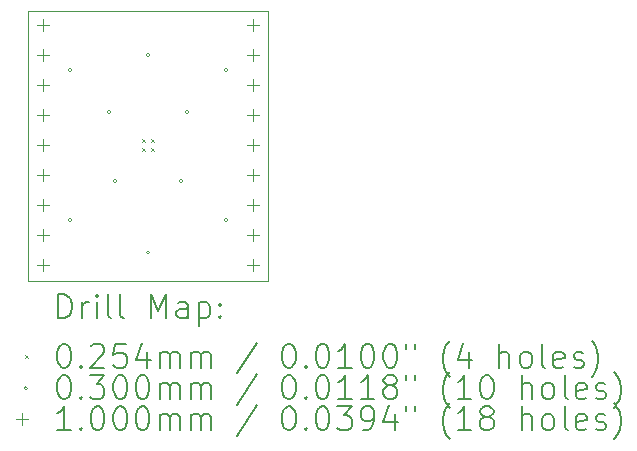
<source format=gbr>
%TF.GenerationSoftware,KiCad,Pcbnew,9.0.6*%
%TF.CreationDate,2026-01-07T12:15:48-06:00*%
%TF.ProjectId,DHVQFN-14_3.65x3.65_P0.5,44485651-464e-42d3-9134-5f332e363578,rev?*%
%TF.SameCoordinates,Original*%
%TF.FileFunction,Drillmap*%
%TF.FilePolarity,Positive*%
%FSLAX45Y45*%
G04 Gerber Fmt 4.5, Leading zero omitted, Abs format (unit mm)*
G04 Created by KiCad (PCBNEW 9.0.6) date 2026-01-07 12:15:48*
%MOMM*%
%LPD*%
G01*
G04 APERTURE LIST*
%ADD10C,0.050000*%
%ADD11C,0.200000*%
%ADD12C,0.100000*%
G04 APERTURE END LIST*
D10*
X12293600Y-9991227D02*
X14325600Y-9991227D01*
X14325600Y-12277227D01*
X12293600Y-12277227D01*
X12293600Y-9991227D01*
D11*
D12*
X13257530Y-11073130D02*
X13282930Y-11098530D01*
X13282930Y-11073130D02*
X13257530Y-11098530D01*
X13257530Y-11151870D02*
X13282930Y-11177270D01*
X13282930Y-11151870D02*
X13257530Y-11177270D01*
X13336270Y-11073130D02*
X13361670Y-11098530D01*
X13361670Y-11073130D02*
X13336270Y-11098530D01*
X13336270Y-11151870D02*
X13361670Y-11177270D01*
X13361670Y-11151870D02*
X13336270Y-11177270D01*
X12664200Y-10490200D02*
G75*
G02*
X12634200Y-10490200I-15000J0D01*
G01*
X12634200Y-10490200D02*
G75*
G02*
X12664200Y-10490200I15000J0D01*
G01*
X12664200Y-11760200D02*
G75*
G02*
X12634200Y-11760200I-15000J0D01*
G01*
X12634200Y-11760200D02*
G75*
G02*
X12664200Y-11760200I15000J0D01*
G01*
X12994400Y-10845800D02*
G75*
G02*
X12964400Y-10845800I-15000J0D01*
G01*
X12964400Y-10845800D02*
G75*
G02*
X12994400Y-10845800I15000J0D01*
G01*
X13045200Y-11430000D02*
G75*
G02*
X13015200Y-11430000I-15000J0D01*
G01*
X13015200Y-11430000D02*
G75*
G02*
X13045200Y-11430000I15000J0D01*
G01*
X13324600Y-10363200D02*
G75*
G02*
X13294600Y-10363200I-15000J0D01*
G01*
X13294600Y-10363200D02*
G75*
G02*
X13324600Y-10363200I15000J0D01*
G01*
X13324600Y-12035927D02*
G75*
G02*
X13294600Y-12035927I-15000J0D01*
G01*
X13294600Y-12035927D02*
G75*
G02*
X13324600Y-12035927I15000J0D01*
G01*
X13604000Y-11430000D02*
G75*
G02*
X13574000Y-11430000I-15000J0D01*
G01*
X13574000Y-11430000D02*
G75*
G02*
X13604000Y-11430000I15000J0D01*
G01*
X13654800Y-10845800D02*
G75*
G02*
X13624800Y-10845800I-15000J0D01*
G01*
X13624800Y-10845800D02*
G75*
G02*
X13654800Y-10845800I15000J0D01*
G01*
X13985000Y-10490200D02*
G75*
G02*
X13955000Y-10490200I-15000J0D01*
G01*
X13955000Y-10490200D02*
G75*
G02*
X13985000Y-10490200I15000J0D01*
G01*
X13985000Y-11760200D02*
G75*
G02*
X13955000Y-11760200I-15000J0D01*
G01*
X13955000Y-11760200D02*
G75*
G02*
X13985000Y-11760200I15000J0D01*
G01*
X12420600Y-10059200D02*
X12420600Y-10159200D01*
X12370600Y-10109200D02*
X12470600Y-10109200D01*
X12420600Y-10313200D02*
X12420600Y-10413200D01*
X12370600Y-10363200D02*
X12470600Y-10363200D01*
X12420600Y-10567200D02*
X12420600Y-10667200D01*
X12370600Y-10617200D02*
X12470600Y-10617200D01*
X12420600Y-10821200D02*
X12420600Y-10921200D01*
X12370600Y-10871200D02*
X12470600Y-10871200D01*
X12420600Y-11075200D02*
X12420600Y-11175200D01*
X12370600Y-11125200D02*
X12470600Y-11125200D01*
X12420600Y-11329200D02*
X12420600Y-11429200D01*
X12370600Y-11379200D02*
X12470600Y-11379200D01*
X12420600Y-11583200D02*
X12420600Y-11683200D01*
X12370600Y-11633200D02*
X12470600Y-11633200D01*
X12420600Y-11837200D02*
X12420600Y-11937200D01*
X12370600Y-11887200D02*
X12470600Y-11887200D01*
X12420600Y-12091200D02*
X12420600Y-12191200D01*
X12370600Y-12141200D02*
X12470600Y-12141200D01*
X14198600Y-10059200D02*
X14198600Y-10159200D01*
X14148600Y-10109200D02*
X14248600Y-10109200D01*
X14198600Y-10313200D02*
X14198600Y-10413200D01*
X14148600Y-10363200D02*
X14248600Y-10363200D01*
X14198600Y-10567200D02*
X14198600Y-10667200D01*
X14148600Y-10617200D02*
X14248600Y-10617200D01*
X14198600Y-10821200D02*
X14198600Y-10921200D01*
X14148600Y-10871200D02*
X14248600Y-10871200D01*
X14198600Y-11075200D02*
X14198600Y-11175200D01*
X14148600Y-11125200D02*
X14248600Y-11125200D01*
X14198600Y-11329200D02*
X14198600Y-11429200D01*
X14148600Y-11379200D02*
X14248600Y-11379200D01*
X14198600Y-11583200D02*
X14198600Y-11683200D01*
X14148600Y-11633200D02*
X14248600Y-11633200D01*
X14198600Y-11837200D02*
X14198600Y-11937200D01*
X14148600Y-11887200D02*
X14248600Y-11887200D01*
X14198600Y-12091200D02*
X14198600Y-12191200D01*
X14148600Y-12141200D02*
X14248600Y-12141200D01*
D11*
X12551877Y-12591211D02*
X12551877Y-12391211D01*
X12551877Y-12391211D02*
X12599496Y-12391211D01*
X12599496Y-12391211D02*
X12628067Y-12400735D01*
X12628067Y-12400735D02*
X12647115Y-12419783D01*
X12647115Y-12419783D02*
X12656639Y-12438830D01*
X12656639Y-12438830D02*
X12666162Y-12476925D01*
X12666162Y-12476925D02*
X12666162Y-12505497D01*
X12666162Y-12505497D02*
X12656639Y-12543592D01*
X12656639Y-12543592D02*
X12647115Y-12562640D01*
X12647115Y-12562640D02*
X12628067Y-12581687D01*
X12628067Y-12581687D02*
X12599496Y-12591211D01*
X12599496Y-12591211D02*
X12551877Y-12591211D01*
X12751877Y-12591211D02*
X12751877Y-12457878D01*
X12751877Y-12495973D02*
X12761401Y-12476925D01*
X12761401Y-12476925D02*
X12770924Y-12467402D01*
X12770924Y-12467402D02*
X12789972Y-12457878D01*
X12789972Y-12457878D02*
X12809020Y-12457878D01*
X12875686Y-12591211D02*
X12875686Y-12457878D01*
X12875686Y-12391211D02*
X12866162Y-12400735D01*
X12866162Y-12400735D02*
X12875686Y-12410259D01*
X12875686Y-12410259D02*
X12885210Y-12400735D01*
X12885210Y-12400735D02*
X12875686Y-12391211D01*
X12875686Y-12391211D02*
X12875686Y-12410259D01*
X12999496Y-12591211D02*
X12980448Y-12581687D01*
X12980448Y-12581687D02*
X12970924Y-12562640D01*
X12970924Y-12562640D02*
X12970924Y-12391211D01*
X13104258Y-12591211D02*
X13085210Y-12581687D01*
X13085210Y-12581687D02*
X13075686Y-12562640D01*
X13075686Y-12562640D02*
X13075686Y-12391211D01*
X13332829Y-12591211D02*
X13332829Y-12391211D01*
X13332829Y-12391211D02*
X13399496Y-12534068D01*
X13399496Y-12534068D02*
X13466162Y-12391211D01*
X13466162Y-12391211D02*
X13466162Y-12591211D01*
X13647115Y-12591211D02*
X13647115Y-12486449D01*
X13647115Y-12486449D02*
X13637591Y-12467402D01*
X13637591Y-12467402D02*
X13618543Y-12457878D01*
X13618543Y-12457878D02*
X13580448Y-12457878D01*
X13580448Y-12457878D02*
X13561401Y-12467402D01*
X13647115Y-12581687D02*
X13628067Y-12591211D01*
X13628067Y-12591211D02*
X13580448Y-12591211D01*
X13580448Y-12591211D02*
X13561401Y-12581687D01*
X13561401Y-12581687D02*
X13551877Y-12562640D01*
X13551877Y-12562640D02*
X13551877Y-12543592D01*
X13551877Y-12543592D02*
X13561401Y-12524544D01*
X13561401Y-12524544D02*
X13580448Y-12515021D01*
X13580448Y-12515021D02*
X13628067Y-12515021D01*
X13628067Y-12515021D02*
X13647115Y-12505497D01*
X13742353Y-12457878D02*
X13742353Y-12657878D01*
X13742353Y-12467402D02*
X13761401Y-12457878D01*
X13761401Y-12457878D02*
X13799496Y-12457878D01*
X13799496Y-12457878D02*
X13818543Y-12467402D01*
X13818543Y-12467402D02*
X13828067Y-12476925D01*
X13828067Y-12476925D02*
X13837591Y-12495973D01*
X13837591Y-12495973D02*
X13837591Y-12553116D01*
X13837591Y-12553116D02*
X13828067Y-12572163D01*
X13828067Y-12572163D02*
X13818543Y-12581687D01*
X13818543Y-12581687D02*
X13799496Y-12591211D01*
X13799496Y-12591211D02*
X13761401Y-12591211D01*
X13761401Y-12591211D02*
X13742353Y-12581687D01*
X13923305Y-12572163D02*
X13932829Y-12581687D01*
X13932829Y-12581687D02*
X13923305Y-12591211D01*
X13923305Y-12591211D02*
X13913782Y-12581687D01*
X13913782Y-12581687D02*
X13923305Y-12572163D01*
X13923305Y-12572163D02*
X13923305Y-12591211D01*
X13923305Y-12467402D02*
X13932829Y-12476925D01*
X13932829Y-12476925D02*
X13923305Y-12486449D01*
X13923305Y-12486449D02*
X13913782Y-12476925D01*
X13913782Y-12476925D02*
X13923305Y-12467402D01*
X13923305Y-12467402D02*
X13923305Y-12486449D01*
D12*
X12265700Y-12907027D02*
X12291100Y-12932427D01*
X12291100Y-12907027D02*
X12265700Y-12932427D01*
D11*
X12589972Y-12811211D02*
X12609020Y-12811211D01*
X12609020Y-12811211D02*
X12628067Y-12820735D01*
X12628067Y-12820735D02*
X12637591Y-12830259D01*
X12637591Y-12830259D02*
X12647115Y-12849306D01*
X12647115Y-12849306D02*
X12656639Y-12887402D01*
X12656639Y-12887402D02*
X12656639Y-12935021D01*
X12656639Y-12935021D02*
X12647115Y-12973116D01*
X12647115Y-12973116D02*
X12637591Y-12992163D01*
X12637591Y-12992163D02*
X12628067Y-13001687D01*
X12628067Y-13001687D02*
X12609020Y-13011211D01*
X12609020Y-13011211D02*
X12589972Y-13011211D01*
X12589972Y-13011211D02*
X12570924Y-13001687D01*
X12570924Y-13001687D02*
X12561401Y-12992163D01*
X12561401Y-12992163D02*
X12551877Y-12973116D01*
X12551877Y-12973116D02*
X12542353Y-12935021D01*
X12542353Y-12935021D02*
X12542353Y-12887402D01*
X12542353Y-12887402D02*
X12551877Y-12849306D01*
X12551877Y-12849306D02*
X12561401Y-12830259D01*
X12561401Y-12830259D02*
X12570924Y-12820735D01*
X12570924Y-12820735D02*
X12589972Y-12811211D01*
X12742353Y-12992163D02*
X12751877Y-13001687D01*
X12751877Y-13001687D02*
X12742353Y-13011211D01*
X12742353Y-13011211D02*
X12732829Y-13001687D01*
X12732829Y-13001687D02*
X12742353Y-12992163D01*
X12742353Y-12992163D02*
X12742353Y-13011211D01*
X12828067Y-12830259D02*
X12837591Y-12820735D01*
X12837591Y-12820735D02*
X12856639Y-12811211D01*
X12856639Y-12811211D02*
X12904258Y-12811211D01*
X12904258Y-12811211D02*
X12923305Y-12820735D01*
X12923305Y-12820735D02*
X12932829Y-12830259D01*
X12932829Y-12830259D02*
X12942353Y-12849306D01*
X12942353Y-12849306D02*
X12942353Y-12868354D01*
X12942353Y-12868354D02*
X12932829Y-12896925D01*
X12932829Y-12896925D02*
X12818543Y-13011211D01*
X12818543Y-13011211D02*
X12942353Y-13011211D01*
X13123305Y-12811211D02*
X13028067Y-12811211D01*
X13028067Y-12811211D02*
X13018543Y-12906449D01*
X13018543Y-12906449D02*
X13028067Y-12896925D01*
X13028067Y-12896925D02*
X13047115Y-12887402D01*
X13047115Y-12887402D02*
X13094734Y-12887402D01*
X13094734Y-12887402D02*
X13113782Y-12896925D01*
X13113782Y-12896925D02*
X13123305Y-12906449D01*
X13123305Y-12906449D02*
X13132829Y-12925497D01*
X13132829Y-12925497D02*
X13132829Y-12973116D01*
X13132829Y-12973116D02*
X13123305Y-12992163D01*
X13123305Y-12992163D02*
X13113782Y-13001687D01*
X13113782Y-13001687D02*
X13094734Y-13011211D01*
X13094734Y-13011211D02*
X13047115Y-13011211D01*
X13047115Y-13011211D02*
X13028067Y-13001687D01*
X13028067Y-13001687D02*
X13018543Y-12992163D01*
X13304258Y-12877878D02*
X13304258Y-13011211D01*
X13256639Y-12801687D02*
X13209020Y-12944544D01*
X13209020Y-12944544D02*
X13332829Y-12944544D01*
X13409020Y-13011211D02*
X13409020Y-12877878D01*
X13409020Y-12896925D02*
X13418543Y-12887402D01*
X13418543Y-12887402D02*
X13437591Y-12877878D01*
X13437591Y-12877878D02*
X13466163Y-12877878D01*
X13466163Y-12877878D02*
X13485210Y-12887402D01*
X13485210Y-12887402D02*
X13494734Y-12906449D01*
X13494734Y-12906449D02*
X13494734Y-13011211D01*
X13494734Y-12906449D02*
X13504258Y-12887402D01*
X13504258Y-12887402D02*
X13523305Y-12877878D01*
X13523305Y-12877878D02*
X13551877Y-12877878D01*
X13551877Y-12877878D02*
X13570924Y-12887402D01*
X13570924Y-12887402D02*
X13580448Y-12906449D01*
X13580448Y-12906449D02*
X13580448Y-13011211D01*
X13675686Y-13011211D02*
X13675686Y-12877878D01*
X13675686Y-12896925D02*
X13685210Y-12887402D01*
X13685210Y-12887402D02*
X13704258Y-12877878D01*
X13704258Y-12877878D02*
X13732829Y-12877878D01*
X13732829Y-12877878D02*
X13751877Y-12887402D01*
X13751877Y-12887402D02*
X13761401Y-12906449D01*
X13761401Y-12906449D02*
X13761401Y-13011211D01*
X13761401Y-12906449D02*
X13770924Y-12887402D01*
X13770924Y-12887402D02*
X13789972Y-12877878D01*
X13789972Y-12877878D02*
X13818543Y-12877878D01*
X13818543Y-12877878D02*
X13837591Y-12887402D01*
X13837591Y-12887402D02*
X13847115Y-12906449D01*
X13847115Y-12906449D02*
X13847115Y-13011211D01*
X14237591Y-12801687D02*
X14066163Y-13058830D01*
X14494734Y-12811211D02*
X14513782Y-12811211D01*
X14513782Y-12811211D02*
X14532829Y-12820735D01*
X14532829Y-12820735D02*
X14542353Y-12830259D01*
X14542353Y-12830259D02*
X14551877Y-12849306D01*
X14551877Y-12849306D02*
X14561401Y-12887402D01*
X14561401Y-12887402D02*
X14561401Y-12935021D01*
X14561401Y-12935021D02*
X14551877Y-12973116D01*
X14551877Y-12973116D02*
X14542353Y-12992163D01*
X14542353Y-12992163D02*
X14532829Y-13001687D01*
X14532829Y-13001687D02*
X14513782Y-13011211D01*
X14513782Y-13011211D02*
X14494734Y-13011211D01*
X14494734Y-13011211D02*
X14475686Y-13001687D01*
X14475686Y-13001687D02*
X14466163Y-12992163D01*
X14466163Y-12992163D02*
X14456639Y-12973116D01*
X14456639Y-12973116D02*
X14447115Y-12935021D01*
X14447115Y-12935021D02*
X14447115Y-12887402D01*
X14447115Y-12887402D02*
X14456639Y-12849306D01*
X14456639Y-12849306D02*
X14466163Y-12830259D01*
X14466163Y-12830259D02*
X14475686Y-12820735D01*
X14475686Y-12820735D02*
X14494734Y-12811211D01*
X14647115Y-12992163D02*
X14656639Y-13001687D01*
X14656639Y-13001687D02*
X14647115Y-13011211D01*
X14647115Y-13011211D02*
X14637591Y-13001687D01*
X14637591Y-13001687D02*
X14647115Y-12992163D01*
X14647115Y-12992163D02*
X14647115Y-13011211D01*
X14780448Y-12811211D02*
X14799496Y-12811211D01*
X14799496Y-12811211D02*
X14818544Y-12820735D01*
X14818544Y-12820735D02*
X14828067Y-12830259D01*
X14828067Y-12830259D02*
X14837591Y-12849306D01*
X14837591Y-12849306D02*
X14847115Y-12887402D01*
X14847115Y-12887402D02*
X14847115Y-12935021D01*
X14847115Y-12935021D02*
X14837591Y-12973116D01*
X14837591Y-12973116D02*
X14828067Y-12992163D01*
X14828067Y-12992163D02*
X14818544Y-13001687D01*
X14818544Y-13001687D02*
X14799496Y-13011211D01*
X14799496Y-13011211D02*
X14780448Y-13011211D01*
X14780448Y-13011211D02*
X14761401Y-13001687D01*
X14761401Y-13001687D02*
X14751877Y-12992163D01*
X14751877Y-12992163D02*
X14742353Y-12973116D01*
X14742353Y-12973116D02*
X14732829Y-12935021D01*
X14732829Y-12935021D02*
X14732829Y-12887402D01*
X14732829Y-12887402D02*
X14742353Y-12849306D01*
X14742353Y-12849306D02*
X14751877Y-12830259D01*
X14751877Y-12830259D02*
X14761401Y-12820735D01*
X14761401Y-12820735D02*
X14780448Y-12811211D01*
X15037591Y-13011211D02*
X14923306Y-13011211D01*
X14980448Y-13011211D02*
X14980448Y-12811211D01*
X14980448Y-12811211D02*
X14961401Y-12839783D01*
X14961401Y-12839783D02*
X14942353Y-12858830D01*
X14942353Y-12858830D02*
X14923306Y-12868354D01*
X15161401Y-12811211D02*
X15180448Y-12811211D01*
X15180448Y-12811211D02*
X15199496Y-12820735D01*
X15199496Y-12820735D02*
X15209020Y-12830259D01*
X15209020Y-12830259D02*
X15218544Y-12849306D01*
X15218544Y-12849306D02*
X15228067Y-12887402D01*
X15228067Y-12887402D02*
X15228067Y-12935021D01*
X15228067Y-12935021D02*
X15218544Y-12973116D01*
X15218544Y-12973116D02*
X15209020Y-12992163D01*
X15209020Y-12992163D02*
X15199496Y-13001687D01*
X15199496Y-13001687D02*
X15180448Y-13011211D01*
X15180448Y-13011211D02*
X15161401Y-13011211D01*
X15161401Y-13011211D02*
X15142353Y-13001687D01*
X15142353Y-13001687D02*
X15132829Y-12992163D01*
X15132829Y-12992163D02*
X15123306Y-12973116D01*
X15123306Y-12973116D02*
X15113782Y-12935021D01*
X15113782Y-12935021D02*
X15113782Y-12887402D01*
X15113782Y-12887402D02*
X15123306Y-12849306D01*
X15123306Y-12849306D02*
X15132829Y-12830259D01*
X15132829Y-12830259D02*
X15142353Y-12820735D01*
X15142353Y-12820735D02*
X15161401Y-12811211D01*
X15351877Y-12811211D02*
X15370925Y-12811211D01*
X15370925Y-12811211D02*
X15389972Y-12820735D01*
X15389972Y-12820735D02*
X15399496Y-12830259D01*
X15399496Y-12830259D02*
X15409020Y-12849306D01*
X15409020Y-12849306D02*
X15418544Y-12887402D01*
X15418544Y-12887402D02*
X15418544Y-12935021D01*
X15418544Y-12935021D02*
X15409020Y-12973116D01*
X15409020Y-12973116D02*
X15399496Y-12992163D01*
X15399496Y-12992163D02*
X15389972Y-13001687D01*
X15389972Y-13001687D02*
X15370925Y-13011211D01*
X15370925Y-13011211D02*
X15351877Y-13011211D01*
X15351877Y-13011211D02*
X15332829Y-13001687D01*
X15332829Y-13001687D02*
X15323306Y-12992163D01*
X15323306Y-12992163D02*
X15313782Y-12973116D01*
X15313782Y-12973116D02*
X15304258Y-12935021D01*
X15304258Y-12935021D02*
X15304258Y-12887402D01*
X15304258Y-12887402D02*
X15313782Y-12849306D01*
X15313782Y-12849306D02*
X15323306Y-12830259D01*
X15323306Y-12830259D02*
X15332829Y-12820735D01*
X15332829Y-12820735D02*
X15351877Y-12811211D01*
X15494734Y-12811211D02*
X15494734Y-12849306D01*
X15570925Y-12811211D02*
X15570925Y-12849306D01*
X15866163Y-13087402D02*
X15856639Y-13077878D01*
X15856639Y-13077878D02*
X15837591Y-13049306D01*
X15837591Y-13049306D02*
X15828068Y-13030259D01*
X15828068Y-13030259D02*
X15818544Y-13001687D01*
X15818544Y-13001687D02*
X15809020Y-12954068D01*
X15809020Y-12954068D02*
X15809020Y-12915973D01*
X15809020Y-12915973D02*
X15818544Y-12868354D01*
X15818544Y-12868354D02*
X15828068Y-12839783D01*
X15828068Y-12839783D02*
X15837591Y-12820735D01*
X15837591Y-12820735D02*
X15856639Y-12792163D01*
X15856639Y-12792163D02*
X15866163Y-12782640D01*
X16028068Y-12877878D02*
X16028068Y-13011211D01*
X15980448Y-12801687D02*
X15932829Y-12944544D01*
X15932829Y-12944544D02*
X16056639Y-12944544D01*
X16285210Y-13011211D02*
X16285210Y-12811211D01*
X16370925Y-13011211D02*
X16370925Y-12906449D01*
X16370925Y-12906449D02*
X16361401Y-12887402D01*
X16361401Y-12887402D02*
X16342353Y-12877878D01*
X16342353Y-12877878D02*
X16313782Y-12877878D01*
X16313782Y-12877878D02*
X16294734Y-12887402D01*
X16294734Y-12887402D02*
X16285210Y-12896925D01*
X16494734Y-13011211D02*
X16475687Y-13001687D01*
X16475687Y-13001687D02*
X16466163Y-12992163D01*
X16466163Y-12992163D02*
X16456639Y-12973116D01*
X16456639Y-12973116D02*
X16456639Y-12915973D01*
X16456639Y-12915973D02*
X16466163Y-12896925D01*
X16466163Y-12896925D02*
X16475687Y-12887402D01*
X16475687Y-12887402D02*
X16494734Y-12877878D01*
X16494734Y-12877878D02*
X16523306Y-12877878D01*
X16523306Y-12877878D02*
X16542353Y-12887402D01*
X16542353Y-12887402D02*
X16551877Y-12896925D01*
X16551877Y-12896925D02*
X16561401Y-12915973D01*
X16561401Y-12915973D02*
X16561401Y-12973116D01*
X16561401Y-12973116D02*
X16551877Y-12992163D01*
X16551877Y-12992163D02*
X16542353Y-13001687D01*
X16542353Y-13001687D02*
X16523306Y-13011211D01*
X16523306Y-13011211D02*
X16494734Y-13011211D01*
X16675687Y-13011211D02*
X16656639Y-13001687D01*
X16656639Y-13001687D02*
X16647115Y-12982640D01*
X16647115Y-12982640D02*
X16647115Y-12811211D01*
X16828068Y-13001687D02*
X16809020Y-13011211D01*
X16809020Y-13011211D02*
X16770925Y-13011211D01*
X16770925Y-13011211D02*
X16751877Y-13001687D01*
X16751877Y-13001687D02*
X16742353Y-12982640D01*
X16742353Y-12982640D02*
X16742353Y-12906449D01*
X16742353Y-12906449D02*
X16751877Y-12887402D01*
X16751877Y-12887402D02*
X16770925Y-12877878D01*
X16770925Y-12877878D02*
X16809020Y-12877878D01*
X16809020Y-12877878D02*
X16828068Y-12887402D01*
X16828068Y-12887402D02*
X16837592Y-12906449D01*
X16837592Y-12906449D02*
X16837592Y-12925497D01*
X16837592Y-12925497D02*
X16742353Y-12944544D01*
X16913782Y-13001687D02*
X16932830Y-13011211D01*
X16932830Y-13011211D02*
X16970925Y-13011211D01*
X16970925Y-13011211D02*
X16989973Y-13001687D01*
X16989973Y-13001687D02*
X16999496Y-12982640D01*
X16999496Y-12982640D02*
X16999496Y-12973116D01*
X16999496Y-12973116D02*
X16989973Y-12954068D01*
X16989973Y-12954068D02*
X16970925Y-12944544D01*
X16970925Y-12944544D02*
X16942353Y-12944544D01*
X16942353Y-12944544D02*
X16923306Y-12935021D01*
X16923306Y-12935021D02*
X16913782Y-12915973D01*
X16913782Y-12915973D02*
X16913782Y-12906449D01*
X16913782Y-12906449D02*
X16923306Y-12887402D01*
X16923306Y-12887402D02*
X16942353Y-12877878D01*
X16942353Y-12877878D02*
X16970925Y-12877878D01*
X16970925Y-12877878D02*
X16989973Y-12887402D01*
X17066163Y-13087402D02*
X17075687Y-13077878D01*
X17075687Y-13077878D02*
X17094734Y-13049306D01*
X17094734Y-13049306D02*
X17104258Y-13030259D01*
X17104258Y-13030259D02*
X17113782Y-13001687D01*
X17113782Y-13001687D02*
X17123306Y-12954068D01*
X17123306Y-12954068D02*
X17123306Y-12915973D01*
X17123306Y-12915973D02*
X17113782Y-12868354D01*
X17113782Y-12868354D02*
X17104258Y-12839783D01*
X17104258Y-12839783D02*
X17094734Y-12820735D01*
X17094734Y-12820735D02*
X17075687Y-12792163D01*
X17075687Y-12792163D02*
X17066163Y-12782640D01*
D12*
X12291100Y-13183727D02*
G75*
G02*
X12261100Y-13183727I-15000J0D01*
G01*
X12261100Y-13183727D02*
G75*
G02*
X12291100Y-13183727I15000J0D01*
G01*
D11*
X12589972Y-13075211D02*
X12609020Y-13075211D01*
X12609020Y-13075211D02*
X12628067Y-13084735D01*
X12628067Y-13084735D02*
X12637591Y-13094259D01*
X12637591Y-13094259D02*
X12647115Y-13113306D01*
X12647115Y-13113306D02*
X12656639Y-13151402D01*
X12656639Y-13151402D02*
X12656639Y-13199021D01*
X12656639Y-13199021D02*
X12647115Y-13237116D01*
X12647115Y-13237116D02*
X12637591Y-13256163D01*
X12637591Y-13256163D02*
X12628067Y-13265687D01*
X12628067Y-13265687D02*
X12609020Y-13275211D01*
X12609020Y-13275211D02*
X12589972Y-13275211D01*
X12589972Y-13275211D02*
X12570924Y-13265687D01*
X12570924Y-13265687D02*
X12561401Y-13256163D01*
X12561401Y-13256163D02*
X12551877Y-13237116D01*
X12551877Y-13237116D02*
X12542353Y-13199021D01*
X12542353Y-13199021D02*
X12542353Y-13151402D01*
X12542353Y-13151402D02*
X12551877Y-13113306D01*
X12551877Y-13113306D02*
X12561401Y-13094259D01*
X12561401Y-13094259D02*
X12570924Y-13084735D01*
X12570924Y-13084735D02*
X12589972Y-13075211D01*
X12742353Y-13256163D02*
X12751877Y-13265687D01*
X12751877Y-13265687D02*
X12742353Y-13275211D01*
X12742353Y-13275211D02*
X12732829Y-13265687D01*
X12732829Y-13265687D02*
X12742353Y-13256163D01*
X12742353Y-13256163D02*
X12742353Y-13275211D01*
X12818543Y-13075211D02*
X12942353Y-13075211D01*
X12942353Y-13075211D02*
X12875686Y-13151402D01*
X12875686Y-13151402D02*
X12904258Y-13151402D01*
X12904258Y-13151402D02*
X12923305Y-13160925D01*
X12923305Y-13160925D02*
X12932829Y-13170449D01*
X12932829Y-13170449D02*
X12942353Y-13189497D01*
X12942353Y-13189497D02*
X12942353Y-13237116D01*
X12942353Y-13237116D02*
X12932829Y-13256163D01*
X12932829Y-13256163D02*
X12923305Y-13265687D01*
X12923305Y-13265687D02*
X12904258Y-13275211D01*
X12904258Y-13275211D02*
X12847115Y-13275211D01*
X12847115Y-13275211D02*
X12828067Y-13265687D01*
X12828067Y-13265687D02*
X12818543Y-13256163D01*
X13066162Y-13075211D02*
X13085210Y-13075211D01*
X13085210Y-13075211D02*
X13104258Y-13084735D01*
X13104258Y-13084735D02*
X13113782Y-13094259D01*
X13113782Y-13094259D02*
X13123305Y-13113306D01*
X13123305Y-13113306D02*
X13132829Y-13151402D01*
X13132829Y-13151402D02*
X13132829Y-13199021D01*
X13132829Y-13199021D02*
X13123305Y-13237116D01*
X13123305Y-13237116D02*
X13113782Y-13256163D01*
X13113782Y-13256163D02*
X13104258Y-13265687D01*
X13104258Y-13265687D02*
X13085210Y-13275211D01*
X13085210Y-13275211D02*
X13066162Y-13275211D01*
X13066162Y-13275211D02*
X13047115Y-13265687D01*
X13047115Y-13265687D02*
X13037591Y-13256163D01*
X13037591Y-13256163D02*
X13028067Y-13237116D01*
X13028067Y-13237116D02*
X13018543Y-13199021D01*
X13018543Y-13199021D02*
X13018543Y-13151402D01*
X13018543Y-13151402D02*
X13028067Y-13113306D01*
X13028067Y-13113306D02*
X13037591Y-13094259D01*
X13037591Y-13094259D02*
X13047115Y-13084735D01*
X13047115Y-13084735D02*
X13066162Y-13075211D01*
X13256639Y-13075211D02*
X13275686Y-13075211D01*
X13275686Y-13075211D02*
X13294734Y-13084735D01*
X13294734Y-13084735D02*
X13304258Y-13094259D01*
X13304258Y-13094259D02*
X13313782Y-13113306D01*
X13313782Y-13113306D02*
X13323305Y-13151402D01*
X13323305Y-13151402D02*
X13323305Y-13199021D01*
X13323305Y-13199021D02*
X13313782Y-13237116D01*
X13313782Y-13237116D02*
X13304258Y-13256163D01*
X13304258Y-13256163D02*
X13294734Y-13265687D01*
X13294734Y-13265687D02*
X13275686Y-13275211D01*
X13275686Y-13275211D02*
X13256639Y-13275211D01*
X13256639Y-13275211D02*
X13237591Y-13265687D01*
X13237591Y-13265687D02*
X13228067Y-13256163D01*
X13228067Y-13256163D02*
X13218543Y-13237116D01*
X13218543Y-13237116D02*
X13209020Y-13199021D01*
X13209020Y-13199021D02*
X13209020Y-13151402D01*
X13209020Y-13151402D02*
X13218543Y-13113306D01*
X13218543Y-13113306D02*
X13228067Y-13094259D01*
X13228067Y-13094259D02*
X13237591Y-13084735D01*
X13237591Y-13084735D02*
X13256639Y-13075211D01*
X13409020Y-13275211D02*
X13409020Y-13141878D01*
X13409020Y-13160925D02*
X13418543Y-13151402D01*
X13418543Y-13151402D02*
X13437591Y-13141878D01*
X13437591Y-13141878D02*
X13466163Y-13141878D01*
X13466163Y-13141878D02*
X13485210Y-13151402D01*
X13485210Y-13151402D02*
X13494734Y-13170449D01*
X13494734Y-13170449D02*
X13494734Y-13275211D01*
X13494734Y-13170449D02*
X13504258Y-13151402D01*
X13504258Y-13151402D02*
X13523305Y-13141878D01*
X13523305Y-13141878D02*
X13551877Y-13141878D01*
X13551877Y-13141878D02*
X13570924Y-13151402D01*
X13570924Y-13151402D02*
X13580448Y-13170449D01*
X13580448Y-13170449D02*
X13580448Y-13275211D01*
X13675686Y-13275211D02*
X13675686Y-13141878D01*
X13675686Y-13160925D02*
X13685210Y-13151402D01*
X13685210Y-13151402D02*
X13704258Y-13141878D01*
X13704258Y-13141878D02*
X13732829Y-13141878D01*
X13732829Y-13141878D02*
X13751877Y-13151402D01*
X13751877Y-13151402D02*
X13761401Y-13170449D01*
X13761401Y-13170449D02*
X13761401Y-13275211D01*
X13761401Y-13170449D02*
X13770924Y-13151402D01*
X13770924Y-13151402D02*
X13789972Y-13141878D01*
X13789972Y-13141878D02*
X13818543Y-13141878D01*
X13818543Y-13141878D02*
X13837591Y-13151402D01*
X13837591Y-13151402D02*
X13847115Y-13170449D01*
X13847115Y-13170449D02*
X13847115Y-13275211D01*
X14237591Y-13065687D02*
X14066163Y-13322830D01*
X14494734Y-13075211D02*
X14513782Y-13075211D01*
X14513782Y-13075211D02*
X14532829Y-13084735D01*
X14532829Y-13084735D02*
X14542353Y-13094259D01*
X14542353Y-13094259D02*
X14551877Y-13113306D01*
X14551877Y-13113306D02*
X14561401Y-13151402D01*
X14561401Y-13151402D02*
X14561401Y-13199021D01*
X14561401Y-13199021D02*
X14551877Y-13237116D01*
X14551877Y-13237116D02*
X14542353Y-13256163D01*
X14542353Y-13256163D02*
X14532829Y-13265687D01*
X14532829Y-13265687D02*
X14513782Y-13275211D01*
X14513782Y-13275211D02*
X14494734Y-13275211D01*
X14494734Y-13275211D02*
X14475686Y-13265687D01*
X14475686Y-13265687D02*
X14466163Y-13256163D01*
X14466163Y-13256163D02*
X14456639Y-13237116D01*
X14456639Y-13237116D02*
X14447115Y-13199021D01*
X14447115Y-13199021D02*
X14447115Y-13151402D01*
X14447115Y-13151402D02*
X14456639Y-13113306D01*
X14456639Y-13113306D02*
X14466163Y-13094259D01*
X14466163Y-13094259D02*
X14475686Y-13084735D01*
X14475686Y-13084735D02*
X14494734Y-13075211D01*
X14647115Y-13256163D02*
X14656639Y-13265687D01*
X14656639Y-13265687D02*
X14647115Y-13275211D01*
X14647115Y-13275211D02*
X14637591Y-13265687D01*
X14637591Y-13265687D02*
X14647115Y-13256163D01*
X14647115Y-13256163D02*
X14647115Y-13275211D01*
X14780448Y-13075211D02*
X14799496Y-13075211D01*
X14799496Y-13075211D02*
X14818544Y-13084735D01*
X14818544Y-13084735D02*
X14828067Y-13094259D01*
X14828067Y-13094259D02*
X14837591Y-13113306D01*
X14837591Y-13113306D02*
X14847115Y-13151402D01*
X14847115Y-13151402D02*
X14847115Y-13199021D01*
X14847115Y-13199021D02*
X14837591Y-13237116D01*
X14837591Y-13237116D02*
X14828067Y-13256163D01*
X14828067Y-13256163D02*
X14818544Y-13265687D01*
X14818544Y-13265687D02*
X14799496Y-13275211D01*
X14799496Y-13275211D02*
X14780448Y-13275211D01*
X14780448Y-13275211D02*
X14761401Y-13265687D01*
X14761401Y-13265687D02*
X14751877Y-13256163D01*
X14751877Y-13256163D02*
X14742353Y-13237116D01*
X14742353Y-13237116D02*
X14732829Y-13199021D01*
X14732829Y-13199021D02*
X14732829Y-13151402D01*
X14732829Y-13151402D02*
X14742353Y-13113306D01*
X14742353Y-13113306D02*
X14751877Y-13094259D01*
X14751877Y-13094259D02*
X14761401Y-13084735D01*
X14761401Y-13084735D02*
X14780448Y-13075211D01*
X15037591Y-13275211D02*
X14923306Y-13275211D01*
X14980448Y-13275211D02*
X14980448Y-13075211D01*
X14980448Y-13075211D02*
X14961401Y-13103783D01*
X14961401Y-13103783D02*
X14942353Y-13122830D01*
X14942353Y-13122830D02*
X14923306Y-13132354D01*
X15228067Y-13275211D02*
X15113782Y-13275211D01*
X15170925Y-13275211D02*
X15170925Y-13075211D01*
X15170925Y-13075211D02*
X15151877Y-13103783D01*
X15151877Y-13103783D02*
X15132829Y-13122830D01*
X15132829Y-13122830D02*
X15113782Y-13132354D01*
X15342353Y-13160925D02*
X15323306Y-13151402D01*
X15323306Y-13151402D02*
X15313782Y-13141878D01*
X15313782Y-13141878D02*
X15304258Y-13122830D01*
X15304258Y-13122830D02*
X15304258Y-13113306D01*
X15304258Y-13113306D02*
X15313782Y-13094259D01*
X15313782Y-13094259D02*
X15323306Y-13084735D01*
X15323306Y-13084735D02*
X15342353Y-13075211D01*
X15342353Y-13075211D02*
X15380448Y-13075211D01*
X15380448Y-13075211D02*
X15399496Y-13084735D01*
X15399496Y-13084735D02*
X15409020Y-13094259D01*
X15409020Y-13094259D02*
X15418544Y-13113306D01*
X15418544Y-13113306D02*
X15418544Y-13122830D01*
X15418544Y-13122830D02*
X15409020Y-13141878D01*
X15409020Y-13141878D02*
X15399496Y-13151402D01*
X15399496Y-13151402D02*
X15380448Y-13160925D01*
X15380448Y-13160925D02*
X15342353Y-13160925D01*
X15342353Y-13160925D02*
X15323306Y-13170449D01*
X15323306Y-13170449D02*
X15313782Y-13179973D01*
X15313782Y-13179973D02*
X15304258Y-13199021D01*
X15304258Y-13199021D02*
X15304258Y-13237116D01*
X15304258Y-13237116D02*
X15313782Y-13256163D01*
X15313782Y-13256163D02*
X15323306Y-13265687D01*
X15323306Y-13265687D02*
X15342353Y-13275211D01*
X15342353Y-13275211D02*
X15380448Y-13275211D01*
X15380448Y-13275211D02*
X15399496Y-13265687D01*
X15399496Y-13265687D02*
X15409020Y-13256163D01*
X15409020Y-13256163D02*
X15418544Y-13237116D01*
X15418544Y-13237116D02*
X15418544Y-13199021D01*
X15418544Y-13199021D02*
X15409020Y-13179973D01*
X15409020Y-13179973D02*
X15399496Y-13170449D01*
X15399496Y-13170449D02*
X15380448Y-13160925D01*
X15494734Y-13075211D02*
X15494734Y-13113306D01*
X15570925Y-13075211D02*
X15570925Y-13113306D01*
X15866163Y-13351402D02*
X15856639Y-13341878D01*
X15856639Y-13341878D02*
X15837591Y-13313306D01*
X15837591Y-13313306D02*
X15828068Y-13294259D01*
X15828068Y-13294259D02*
X15818544Y-13265687D01*
X15818544Y-13265687D02*
X15809020Y-13218068D01*
X15809020Y-13218068D02*
X15809020Y-13179973D01*
X15809020Y-13179973D02*
X15818544Y-13132354D01*
X15818544Y-13132354D02*
X15828068Y-13103783D01*
X15828068Y-13103783D02*
X15837591Y-13084735D01*
X15837591Y-13084735D02*
X15856639Y-13056163D01*
X15856639Y-13056163D02*
X15866163Y-13046640D01*
X16047115Y-13275211D02*
X15932829Y-13275211D01*
X15989972Y-13275211D02*
X15989972Y-13075211D01*
X15989972Y-13075211D02*
X15970925Y-13103783D01*
X15970925Y-13103783D02*
X15951877Y-13122830D01*
X15951877Y-13122830D02*
X15932829Y-13132354D01*
X16170925Y-13075211D02*
X16189972Y-13075211D01*
X16189972Y-13075211D02*
X16209020Y-13084735D01*
X16209020Y-13084735D02*
X16218544Y-13094259D01*
X16218544Y-13094259D02*
X16228068Y-13113306D01*
X16228068Y-13113306D02*
X16237591Y-13151402D01*
X16237591Y-13151402D02*
X16237591Y-13199021D01*
X16237591Y-13199021D02*
X16228068Y-13237116D01*
X16228068Y-13237116D02*
X16218544Y-13256163D01*
X16218544Y-13256163D02*
X16209020Y-13265687D01*
X16209020Y-13265687D02*
X16189972Y-13275211D01*
X16189972Y-13275211D02*
X16170925Y-13275211D01*
X16170925Y-13275211D02*
X16151877Y-13265687D01*
X16151877Y-13265687D02*
X16142353Y-13256163D01*
X16142353Y-13256163D02*
X16132829Y-13237116D01*
X16132829Y-13237116D02*
X16123306Y-13199021D01*
X16123306Y-13199021D02*
X16123306Y-13151402D01*
X16123306Y-13151402D02*
X16132829Y-13113306D01*
X16132829Y-13113306D02*
X16142353Y-13094259D01*
X16142353Y-13094259D02*
X16151877Y-13084735D01*
X16151877Y-13084735D02*
X16170925Y-13075211D01*
X16475687Y-13275211D02*
X16475687Y-13075211D01*
X16561401Y-13275211D02*
X16561401Y-13170449D01*
X16561401Y-13170449D02*
X16551877Y-13151402D01*
X16551877Y-13151402D02*
X16532830Y-13141878D01*
X16532830Y-13141878D02*
X16504258Y-13141878D01*
X16504258Y-13141878D02*
X16485210Y-13151402D01*
X16485210Y-13151402D02*
X16475687Y-13160925D01*
X16685210Y-13275211D02*
X16666163Y-13265687D01*
X16666163Y-13265687D02*
X16656639Y-13256163D01*
X16656639Y-13256163D02*
X16647115Y-13237116D01*
X16647115Y-13237116D02*
X16647115Y-13179973D01*
X16647115Y-13179973D02*
X16656639Y-13160925D01*
X16656639Y-13160925D02*
X16666163Y-13151402D01*
X16666163Y-13151402D02*
X16685210Y-13141878D01*
X16685210Y-13141878D02*
X16713782Y-13141878D01*
X16713782Y-13141878D02*
X16732830Y-13151402D01*
X16732830Y-13151402D02*
X16742353Y-13160925D01*
X16742353Y-13160925D02*
X16751877Y-13179973D01*
X16751877Y-13179973D02*
X16751877Y-13237116D01*
X16751877Y-13237116D02*
X16742353Y-13256163D01*
X16742353Y-13256163D02*
X16732830Y-13265687D01*
X16732830Y-13265687D02*
X16713782Y-13275211D01*
X16713782Y-13275211D02*
X16685210Y-13275211D01*
X16866163Y-13275211D02*
X16847115Y-13265687D01*
X16847115Y-13265687D02*
X16837592Y-13246640D01*
X16837592Y-13246640D02*
X16837592Y-13075211D01*
X17018544Y-13265687D02*
X16999496Y-13275211D01*
X16999496Y-13275211D02*
X16961401Y-13275211D01*
X16961401Y-13275211D02*
X16942353Y-13265687D01*
X16942353Y-13265687D02*
X16932830Y-13246640D01*
X16932830Y-13246640D02*
X16932830Y-13170449D01*
X16932830Y-13170449D02*
X16942353Y-13151402D01*
X16942353Y-13151402D02*
X16961401Y-13141878D01*
X16961401Y-13141878D02*
X16999496Y-13141878D01*
X16999496Y-13141878D02*
X17018544Y-13151402D01*
X17018544Y-13151402D02*
X17028068Y-13170449D01*
X17028068Y-13170449D02*
X17028068Y-13189497D01*
X17028068Y-13189497D02*
X16932830Y-13208544D01*
X17104258Y-13265687D02*
X17123306Y-13275211D01*
X17123306Y-13275211D02*
X17161401Y-13275211D01*
X17161401Y-13275211D02*
X17180449Y-13265687D01*
X17180449Y-13265687D02*
X17189973Y-13246640D01*
X17189973Y-13246640D02*
X17189973Y-13237116D01*
X17189973Y-13237116D02*
X17180449Y-13218068D01*
X17180449Y-13218068D02*
X17161401Y-13208544D01*
X17161401Y-13208544D02*
X17132830Y-13208544D01*
X17132830Y-13208544D02*
X17113782Y-13199021D01*
X17113782Y-13199021D02*
X17104258Y-13179973D01*
X17104258Y-13179973D02*
X17104258Y-13170449D01*
X17104258Y-13170449D02*
X17113782Y-13151402D01*
X17113782Y-13151402D02*
X17132830Y-13141878D01*
X17132830Y-13141878D02*
X17161401Y-13141878D01*
X17161401Y-13141878D02*
X17180449Y-13151402D01*
X17256639Y-13351402D02*
X17266163Y-13341878D01*
X17266163Y-13341878D02*
X17285211Y-13313306D01*
X17285211Y-13313306D02*
X17294734Y-13294259D01*
X17294734Y-13294259D02*
X17304258Y-13265687D01*
X17304258Y-13265687D02*
X17313782Y-13218068D01*
X17313782Y-13218068D02*
X17313782Y-13179973D01*
X17313782Y-13179973D02*
X17304258Y-13132354D01*
X17304258Y-13132354D02*
X17294734Y-13103783D01*
X17294734Y-13103783D02*
X17285211Y-13084735D01*
X17285211Y-13084735D02*
X17266163Y-13056163D01*
X17266163Y-13056163D02*
X17256639Y-13046640D01*
D12*
X12241100Y-13397727D02*
X12241100Y-13497727D01*
X12191100Y-13447727D02*
X12291100Y-13447727D01*
D11*
X12656639Y-13539211D02*
X12542353Y-13539211D01*
X12599496Y-13539211D02*
X12599496Y-13339211D01*
X12599496Y-13339211D02*
X12580448Y-13367783D01*
X12580448Y-13367783D02*
X12561401Y-13386830D01*
X12561401Y-13386830D02*
X12542353Y-13396354D01*
X12742353Y-13520163D02*
X12751877Y-13529687D01*
X12751877Y-13529687D02*
X12742353Y-13539211D01*
X12742353Y-13539211D02*
X12732829Y-13529687D01*
X12732829Y-13529687D02*
X12742353Y-13520163D01*
X12742353Y-13520163D02*
X12742353Y-13539211D01*
X12875686Y-13339211D02*
X12894734Y-13339211D01*
X12894734Y-13339211D02*
X12913782Y-13348735D01*
X12913782Y-13348735D02*
X12923305Y-13358259D01*
X12923305Y-13358259D02*
X12932829Y-13377306D01*
X12932829Y-13377306D02*
X12942353Y-13415402D01*
X12942353Y-13415402D02*
X12942353Y-13463021D01*
X12942353Y-13463021D02*
X12932829Y-13501116D01*
X12932829Y-13501116D02*
X12923305Y-13520163D01*
X12923305Y-13520163D02*
X12913782Y-13529687D01*
X12913782Y-13529687D02*
X12894734Y-13539211D01*
X12894734Y-13539211D02*
X12875686Y-13539211D01*
X12875686Y-13539211D02*
X12856639Y-13529687D01*
X12856639Y-13529687D02*
X12847115Y-13520163D01*
X12847115Y-13520163D02*
X12837591Y-13501116D01*
X12837591Y-13501116D02*
X12828067Y-13463021D01*
X12828067Y-13463021D02*
X12828067Y-13415402D01*
X12828067Y-13415402D02*
X12837591Y-13377306D01*
X12837591Y-13377306D02*
X12847115Y-13358259D01*
X12847115Y-13358259D02*
X12856639Y-13348735D01*
X12856639Y-13348735D02*
X12875686Y-13339211D01*
X13066162Y-13339211D02*
X13085210Y-13339211D01*
X13085210Y-13339211D02*
X13104258Y-13348735D01*
X13104258Y-13348735D02*
X13113782Y-13358259D01*
X13113782Y-13358259D02*
X13123305Y-13377306D01*
X13123305Y-13377306D02*
X13132829Y-13415402D01*
X13132829Y-13415402D02*
X13132829Y-13463021D01*
X13132829Y-13463021D02*
X13123305Y-13501116D01*
X13123305Y-13501116D02*
X13113782Y-13520163D01*
X13113782Y-13520163D02*
X13104258Y-13529687D01*
X13104258Y-13529687D02*
X13085210Y-13539211D01*
X13085210Y-13539211D02*
X13066162Y-13539211D01*
X13066162Y-13539211D02*
X13047115Y-13529687D01*
X13047115Y-13529687D02*
X13037591Y-13520163D01*
X13037591Y-13520163D02*
X13028067Y-13501116D01*
X13028067Y-13501116D02*
X13018543Y-13463021D01*
X13018543Y-13463021D02*
X13018543Y-13415402D01*
X13018543Y-13415402D02*
X13028067Y-13377306D01*
X13028067Y-13377306D02*
X13037591Y-13358259D01*
X13037591Y-13358259D02*
X13047115Y-13348735D01*
X13047115Y-13348735D02*
X13066162Y-13339211D01*
X13256639Y-13339211D02*
X13275686Y-13339211D01*
X13275686Y-13339211D02*
X13294734Y-13348735D01*
X13294734Y-13348735D02*
X13304258Y-13358259D01*
X13304258Y-13358259D02*
X13313782Y-13377306D01*
X13313782Y-13377306D02*
X13323305Y-13415402D01*
X13323305Y-13415402D02*
X13323305Y-13463021D01*
X13323305Y-13463021D02*
X13313782Y-13501116D01*
X13313782Y-13501116D02*
X13304258Y-13520163D01*
X13304258Y-13520163D02*
X13294734Y-13529687D01*
X13294734Y-13529687D02*
X13275686Y-13539211D01*
X13275686Y-13539211D02*
X13256639Y-13539211D01*
X13256639Y-13539211D02*
X13237591Y-13529687D01*
X13237591Y-13529687D02*
X13228067Y-13520163D01*
X13228067Y-13520163D02*
X13218543Y-13501116D01*
X13218543Y-13501116D02*
X13209020Y-13463021D01*
X13209020Y-13463021D02*
X13209020Y-13415402D01*
X13209020Y-13415402D02*
X13218543Y-13377306D01*
X13218543Y-13377306D02*
X13228067Y-13358259D01*
X13228067Y-13358259D02*
X13237591Y-13348735D01*
X13237591Y-13348735D02*
X13256639Y-13339211D01*
X13409020Y-13539211D02*
X13409020Y-13405878D01*
X13409020Y-13424925D02*
X13418543Y-13415402D01*
X13418543Y-13415402D02*
X13437591Y-13405878D01*
X13437591Y-13405878D02*
X13466163Y-13405878D01*
X13466163Y-13405878D02*
X13485210Y-13415402D01*
X13485210Y-13415402D02*
X13494734Y-13434449D01*
X13494734Y-13434449D02*
X13494734Y-13539211D01*
X13494734Y-13434449D02*
X13504258Y-13415402D01*
X13504258Y-13415402D02*
X13523305Y-13405878D01*
X13523305Y-13405878D02*
X13551877Y-13405878D01*
X13551877Y-13405878D02*
X13570924Y-13415402D01*
X13570924Y-13415402D02*
X13580448Y-13434449D01*
X13580448Y-13434449D02*
X13580448Y-13539211D01*
X13675686Y-13539211D02*
X13675686Y-13405878D01*
X13675686Y-13424925D02*
X13685210Y-13415402D01*
X13685210Y-13415402D02*
X13704258Y-13405878D01*
X13704258Y-13405878D02*
X13732829Y-13405878D01*
X13732829Y-13405878D02*
X13751877Y-13415402D01*
X13751877Y-13415402D02*
X13761401Y-13434449D01*
X13761401Y-13434449D02*
X13761401Y-13539211D01*
X13761401Y-13434449D02*
X13770924Y-13415402D01*
X13770924Y-13415402D02*
X13789972Y-13405878D01*
X13789972Y-13405878D02*
X13818543Y-13405878D01*
X13818543Y-13405878D02*
X13837591Y-13415402D01*
X13837591Y-13415402D02*
X13847115Y-13434449D01*
X13847115Y-13434449D02*
X13847115Y-13539211D01*
X14237591Y-13329687D02*
X14066163Y-13586830D01*
X14494734Y-13339211D02*
X14513782Y-13339211D01*
X14513782Y-13339211D02*
X14532829Y-13348735D01*
X14532829Y-13348735D02*
X14542353Y-13358259D01*
X14542353Y-13358259D02*
X14551877Y-13377306D01*
X14551877Y-13377306D02*
X14561401Y-13415402D01*
X14561401Y-13415402D02*
X14561401Y-13463021D01*
X14561401Y-13463021D02*
X14551877Y-13501116D01*
X14551877Y-13501116D02*
X14542353Y-13520163D01*
X14542353Y-13520163D02*
X14532829Y-13529687D01*
X14532829Y-13529687D02*
X14513782Y-13539211D01*
X14513782Y-13539211D02*
X14494734Y-13539211D01*
X14494734Y-13539211D02*
X14475686Y-13529687D01*
X14475686Y-13529687D02*
X14466163Y-13520163D01*
X14466163Y-13520163D02*
X14456639Y-13501116D01*
X14456639Y-13501116D02*
X14447115Y-13463021D01*
X14447115Y-13463021D02*
X14447115Y-13415402D01*
X14447115Y-13415402D02*
X14456639Y-13377306D01*
X14456639Y-13377306D02*
X14466163Y-13358259D01*
X14466163Y-13358259D02*
X14475686Y-13348735D01*
X14475686Y-13348735D02*
X14494734Y-13339211D01*
X14647115Y-13520163D02*
X14656639Y-13529687D01*
X14656639Y-13529687D02*
X14647115Y-13539211D01*
X14647115Y-13539211D02*
X14637591Y-13529687D01*
X14637591Y-13529687D02*
X14647115Y-13520163D01*
X14647115Y-13520163D02*
X14647115Y-13539211D01*
X14780448Y-13339211D02*
X14799496Y-13339211D01*
X14799496Y-13339211D02*
X14818544Y-13348735D01*
X14818544Y-13348735D02*
X14828067Y-13358259D01*
X14828067Y-13358259D02*
X14837591Y-13377306D01*
X14837591Y-13377306D02*
X14847115Y-13415402D01*
X14847115Y-13415402D02*
X14847115Y-13463021D01*
X14847115Y-13463021D02*
X14837591Y-13501116D01*
X14837591Y-13501116D02*
X14828067Y-13520163D01*
X14828067Y-13520163D02*
X14818544Y-13529687D01*
X14818544Y-13529687D02*
X14799496Y-13539211D01*
X14799496Y-13539211D02*
X14780448Y-13539211D01*
X14780448Y-13539211D02*
X14761401Y-13529687D01*
X14761401Y-13529687D02*
X14751877Y-13520163D01*
X14751877Y-13520163D02*
X14742353Y-13501116D01*
X14742353Y-13501116D02*
X14732829Y-13463021D01*
X14732829Y-13463021D02*
X14732829Y-13415402D01*
X14732829Y-13415402D02*
X14742353Y-13377306D01*
X14742353Y-13377306D02*
X14751877Y-13358259D01*
X14751877Y-13358259D02*
X14761401Y-13348735D01*
X14761401Y-13348735D02*
X14780448Y-13339211D01*
X14913782Y-13339211D02*
X15037591Y-13339211D01*
X15037591Y-13339211D02*
X14970925Y-13415402D01*
X14970925Y-13415402D02*
X14999496Y-13415402D01*
X14999496Y-13415402D02*
X15018544Y-13424925D01*
X15018544Y-13424925D02*
X15028067Y-13434449D01*
X15028067Y-13434449D02*
X15037591Y-13453497D01*
X15037591Y-13453497D02*
X15037591Y-13501116D01*
X15037591Y-13501116D02*
X15028067Y-13520163D01*
X15028067Y-13520163D02*
X15018544Y-13529687D01*
X15018544Y-13529687D02*
X14999496Y-13539211D01*
X14999496Y-13539211D02*
X14942353Y-13539211D01*
X14942353Y-13539211D02*
X14923306Y-13529687D01*
X14923306Y-13529687D02*
X14913782Y-13520163D01*
X15132829Y-13539211D02*
X15170925Y-13539211D01*
X15170925Y-13539211D02*
X15189972Y-13529687D01*
X15189972Y-13529687D02*
X15199496Y-13520163D01*
X15199496Y-13520163D02*
X15218544Y-13491592D01*
X15218544Y-13491592D02*
X15228067Y-13453497D01*
X15228067Y-13453497D02*
X15228067Y-13377306D01*
X15228067Y-13377306D02*
X15218544Y-13358259D01*
X15218544Y-13358259D02*
X15209020Y-13348735D01*
X15209020Y-13348735D02*
X15189972Y-13339211D01*
X15189972Y-13339211D02*
X15151877Y-13339211D01*
X15151877Y-13339211D02*
X15132829Y-13348735D01*
X15132829Y-13348735D02*
X15123306Y-13358259D01*
X15123306Y-13358259D02*
X15113782Y-13377306D01*
X15113782Y-13377306D02*
X15113782Y-13424925D01*
X15113782Y-13424925D02*
X15123306Y-13443973D01*
X15123306Y-13443973D02*
X15132829Y-13453497D01*
X15132829Y-13453497D02*
X15151877Y-13463021D01*
X15151877Y-13463021D02*
X15189972Y-13463021D01*
X15189972Y-13463021D02*
X15209020Y-13453497D01*
X15209020Y-13453497D02*
X15218544Y-13443973D01*
X15218544Y-13443973D02*
X15228067Y-13424925D01*
X15399496Y-13405878D02*
X15399496Y-13539211D01*
X15351877Y-13329687D02*
X15304258Y-13472544D01*
X15304258Y-13472544D02*
X15428067Y-13472544D01*
X15494734Y-13339211D02*
X15494734Y-13377306D01*
X15570925Y-13339211D02*
X15570925Y-13377306D01*
X15866163Y-13615402D02*
X15856639Y-13605878D01*
X15856639Y-13605878D02*
X15837591Y-13577306D01*
X15837591Y-13577306D02*
X15828068Y-13558259D01*
X15828068Y-13558259D02*
X15818544Y-13529687D01*
X15818544Y-13529687D02*
X15809020Y-13482068D01*
X15809020Y-13482068D02*
X15809020Y-13443973D01*
X15809020Y-13443973D02*
X15818544Y-13396354D01*
X15818544Y-13396354D02*
X15828068Y-13367783D01*
X15828068Y-13367783D02*
X15837591Y-13348735D01*
X15837591Y-13348735D02*
X15856639Y-13320163D01*
X15856639Y-13320163D02*
X15866163Y-13310640D01*
X16047115Y-13539211D02*
X15932829Y-13539211D01*
X15989972Y-13539211D02*
X15989972Y-13339211D01*
X15989972Y-13339211D02*
X15970925Y-13367783D01*
X15970925Y-13367783D02*
X15951877Y-13386830D01*
X15951877Y-13386830D02*
X15932829Y-13396354D01*
X16161401Y-13424925D02*
X16142353Y-13415402D01*
X16142353Y-13415402D02*
X16132829Y-13405878D01*
X16132829Y-13405878D02*
X16123306Y-13386830D01*
X16123306Y-13386830D02*
X16123306Y-13377306D01*
X16123306Y-13377306D02*
X16132829Y-13358259D01*
X16132829Y-13358259D02*
X16142353Y-13348735D01*
X16142353Y-13348735D02*
X16161401Y-13339211D01*
X16161401Y-13339211D02*
X16199496Y-13339211D01*
X16199496Y-13339211D02*
X16218544Y-13348735D01*
X16218544Y-13348735D02*
X16228068Y-13358259D01*
X16228068Y-13358259D02*
X16237591Y-13377306D01*
X16237591Y-13377306D02*
X16237591Y-13386830D01*
X16237591Y-13386830D02*
X16228068Y-13405878D01*
X16228068Y-13405878D02*
X16218544Y-13415402D01*
X16218544Y-13415402D02*
X16199496Y-13424925D01*
X16199496Y-13424925D02*
X16161401Y-13424925D01*
X16161401Y-13424925D02*
X16142353Y-13434449D01*
X16142353Y-13434449D02*
X16132829Y-13443973D01*
X16132829Y-13443973D02*
X16123306Y-13463021D01*
X16123306Y-13463021D02*
X16123306Y-13501116D01*
X16123306Y-13501116D02*
X16132829Y-13520163D01*
X16132829Y-13520163D02*
X16142353Y-13529687D01*
X16142353Y-13529687D02*
X16161401Y-13539211D01*
X16161401Y-13539211D02*
X16199496Y-13539211D01*
X16199496Y-13539211D02*
X16218544Y-13529687D01*
X16218544Y-13529687D02*
X16228068Y-13520163D01*
X16228068Y-13520163D02*
X16237591Y-13501116D01*
X16237591Y-13501116D02*
X16237591Y-13463021D01*
X16237591Y-13463021D02*
X16228068Y-13443973D01*
X16228068Y-13443973D02*
X16218544Y-13434449D01*
X16218544Y-13434449D02*
X16199496Y-13424925D01*
X16475687Y-13539211D02*
X16475687Y-13339211D01*
X16561401Y-13539211D02*
X16561401Y-13434449D01*
X16561401Y-13434449D02*
X16551877Y-13415402D01*
X16551877Y-13415402D02*
X16532830Y-13405878D01*
X16532830Y-13405878D02*
X16504258Y-13405878D01*
X16504258Y-13405878D02*
X16485210Y-13415402D01*
X16485210Y-13415402D02*
X16475687Y-13424925D01*
X16685210Y-13539211D02*
X16666163Y-13529687D01*
X16666163Y-13529687D02*
X16656639Y-13520163D01*
X16656639Y-13520163D02*
X16647115Y-13501116D01*
X16647115Y-13501116D02*
X16647115Y-13443973D01*
X16647115Y-13443973D02*
X16656639Y-13424925D01*
X16656639Y-13424925D02*
X16666163Y-13415402D01*
X16666163Y-13415402D02*
X16685210Y-13405878D01*
X16685210Y-13405878D02*
X16713782Y-13405878D01*
X16713782Y-13405878D02*
X16732830Y-13415402D01*
X16732830Y-13415402D02*
X16742353Y-13424925D01*
X16742353Y-13424925D02*
X16751877Y-13443973D01*
X16751877Y-13443973D02*
X16751877Y-13501116D01*
X16751877Y-13501116D02*
X16742353Y-13520163D01*
X16742353Y-13520163D02*
X16732830Y-13529687D01*
X16732830Y-13529687D02*
X16713782Y-13539211D01*
X16713782Y-13539211D02*
X16685210Y-13539211D01*
X16866163Y-13539211D02*
X16847115Y-13529687D01*
X16847115Y-13529687D02*
X16837592Y-13510640D01*
X16837592Y-13510640D02*
X16837592Y-13339211D01*
X17018544Y-13529687D02*
X16999496Y-13539211D01*
X16999496Y-13539211D02*
X16961401Y-13539211D01*
X16961401Y-13539211D02*
X16942353Y-13529687D01*
X16942353Y-13529687D02*
X16932830Y-13510640D01*
X16932830Y-13510640D02*
X16932830Y-13434449D01*
X16932830Y-13434449D02*
X16942353Y-13415402D01*
X16942353Y-13415402D02*
X16961401Y-13405878D01*
X16961401Y-13405878D02*
X16999496Y-13405878D01*
X16999496Y-13405878D02*
X17018544Y-13415402D01*
X17018544Y-13415402D02*
X17028068Y-13434449D01*
X17028068Y-13434449D02*
X17028068Y-13453497D01*
X17028068Y-13453497D02*
X16932830Y-13472544D01*
X17104258Y-13529687D02*
X17123306Y-13539211D01*
X17123306Y-13539211D02*
X17161401Y-13539211D01*
X17161401Y-13539211D02*
X17180449Y-13529687D01*
X17180449Y-13529687D02*
X17189973Y-13510640D01*
X17189973Y-13510640D02*
X17189973Y-13501116D01*
X17189973Y-13501116D02*
X17180449Y-13482068D01*
X17180449Y-13482068D02*
X17161401Y-13472544D01*
X17161401Y-13472544D02*
X17132830Y-13472544D01*
X17132830Y-13472544D02*
X17113782Y-13463021D01*
X17113782Y-13463021D02*
X17104258Y-13443973D01*
X17104258Y-13443973D02*
X17104258Y-13434449D01*
X17104258Y-13434449D02*
X17113782Y-13415402D01*
X17113782Y-13415402D02*
X17132830Y-13405878D01*
X17132830Y-13405878D02*
X17161401Y-13405878D01*
X17161401Y-13405878D02*
X17180449Y-13415402D01*
X17256639Y-13615402D02*
X17266163Y-13605878D01*
X17266163Y-13605878D02*
X17285211Y-13577306D01*
X17285211Y-13577306D02*
X17294734Y-13558259D01*
X17294734Y-13558259D02*
X17304258Y-13529687D01*
X17304258Y-13529687D02*
X17313782Y-13482068D01*
X17313782Y-13482068D02*
X17313782Y-13443973D01*
X17313782Y-13443973D02*
X17304258Y-13396354D01*
X17304258Y-13396354D02*
X17294734Y-13367783D01*
X17294734Y-13367783D02*
X17285211Y-13348735D01*
X17285211Y-13348735D02*
X17266163Y-13320163D01*
X17266163Y-13320163D02*
X17256639Y-13310640D01*
M02*

</source>
